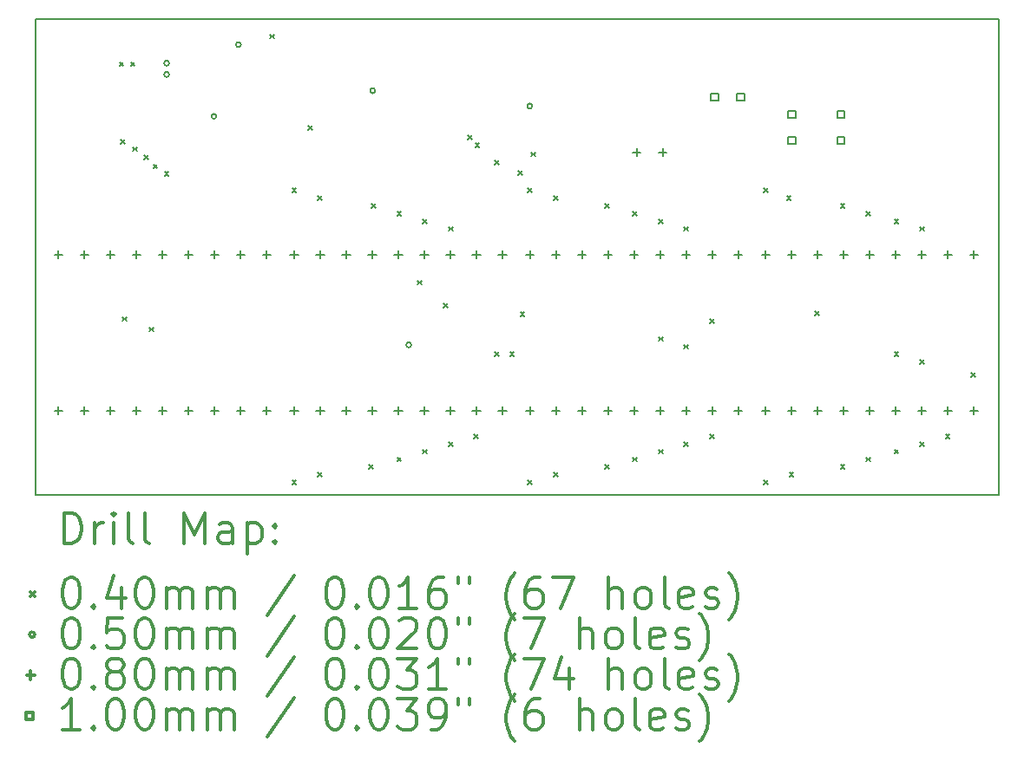
<source format=gbr>
%FSLAX45Y45*%
G04 Gerber Fmt 4.5, Leading zero omitted, Abs format (unit mm)*
G04 Created by KiCad (PCBNEW 5.0.0-rc2-dev-unknown+dfsg1+20180318-3) date Thu May 10 20:41:17 2018*
%MOMM*%
%LPD*%
G01*
G04 APERTURE LIST*
%ADD10C,0.150000*%
%ADD11C,0.200000*%
%ADD12C,0.300000*%
G04 APERTURE END LIST*
D10*
X18900000Y-2350000D02*
X18900000Y-2500000D01*
X9500000Y-2350000D02*
X18900000Y-2350000D01*
X9500000Y-7000000D02*
X9500000Y-2350000D01*
X18900000Y-7000000D02*
X18900000Y-2500000D01*
X9500000Y-7000000D02*
X18900000Y-7000000D01*
D11*
X10320000Y-2770000D02*
X10360000Y-2810000D01*
X10360000Y-2770000D02*
X10320000Y-2810000D01*
X10330000Y-3530000D02*
X10370000Y-3570000D01*
X10370000Y-3530000D02*
X10330000Y-3570000D01*
X10350000Y-5260000D02*
X10390000Y-5300000D01*
X10390000Y-5260000D02*
X10350000Y-5300000D01*
X10430000Y-2770000D02*
X10470000Y-2810000D01*
X10470000Y-2770000D02*
X10430000Y-2810000D01*
X10450000Y-3600000D02*
X10490000Y-3640000D01*
X10490000Y-3600000D02*
X10450000Y-3640000D01*
X10560000Y-3680000D02*
X10600000Y-3720000D01*
X10600000Y-3680000D02*
X10560000Y-3720000D01*
X10610000Y-5360000D02*
X10650000Y-5400000D01*
X10650000Y-5360000D02*
X10610000Y-5400000D01*
X10650000Y-3770000D02*
X10690000Y-3810000D01*
X10690000Y-3770000D02*
X10650000Y-3810000D01*
X10760000Y-3840000D02*
X10800000Y-3880000D01*
X10800000Y-3840000D02*
X10760000Y-3880000D01*
X11790000Y-2500000D02*
X11830000Y-2540000D01*
X11830000Y-2500000D02*
X11790000Y-2540000D01*
X12005000Y-4005000D02*
X12045000Y-4045000D01*
X12045000Y-4005000D02*
X12005000Y-4045000D01*
X12005000Y-6855000D02*
X12045000Y-6895000D01*
X12045000Y-6855000D02*
X12005000Y-6895000D01*
X12160000Y-3395000D02*
X12200000Y-3435000D01*
X12200000Y-3395000D02*
X12160000Y-3435000D01*
X12255000Y-4080000D02*
X12295000Y-4120000D01*
X12295000Y-4080000D02*
X12255000Y-4120000D01*
X12255000Y-6780000D02*
X12295000Y-6820000D01*
X12295000Y-6780000D02*
X12255000Y-6820000D01*
X12755000Y-6705000D02*
X12795000Y-6745000D01*
X12795000Y-6705000D02*
X12755000Y-6745000D01*
X12780000Y-4155000D02*
X12820000Y-4195000D01*
X12820000Y-4155000D02*
X12780000Y-4195000D01*
X13030000Y-4230000D02*
X13070000Y-4270000D01*
X13070000Y-4230000D02*
X13030000Y-4270000D01*
X13030000Y-6630000D02*
X13070000Y-6670000D01*
X13070000Y-6630000D02*
X13030000Y-6670000D01*
X13230000Y-4905000D02*
X13270000Y-4945000D01*
X13270000Y-4905000D02*
X13230000Y-4945000D01*
X13280000Y-4305000D02*
X13320000Y-4345000D01*
X13320000Y-4305000D02*
X13280000Y-4345000D01*
X13280000Y-6555000D02*
X13320000Y-6595000D01*
X13320000Y-6555000D02*
X13280000Y-6595000D01*
X13480000Y-5130000D02*
X13520000Y-5170000D01*
X13520000Y-5130000D02*
X13480000Y-5170000D01*
X13530000Y-4380000D02*
X13570000Y-4420000D01*
X13570000Y-4380000D02*
X13530000Y-4420000D01*
X13530000Y-6480000D02*
X13570000Y-6520000D01*
X13570000Y-6480000D02*
X13530000Y-6520000D01*
X13717500Y-3487500D02*
X13757500Y-3527500D01*
X13757500Y-3487500D02*
X13717500Y-3527500D01*
X13780000Y-6405000D02*
X13820000Y-6445000D01*
X13820000Y-6405000D02*
X13780000Y-6445000D01*
X13790000Y-3560000D02*
X13830000Y-3600000D01*
X13830000Y-3560000D02*
X13790000Y-3600000D01*
X13980000Y-3730000D02*
X14020000Y-3770000D01*
X14020000Y-3730000D02*
X13980000Y-3770000D01*
X13980000Y-5605000D02*
X14020000Y-5645000D01*
X14020000Y-5605000D02*
X13980000Y-5645000D01*
X14130000Y-5605000D02*
X14170000Y-5645000D01*
X14170000Y-5605000D02*
X14130000Y-5645000D01*
X14210000Y-3830000D02*
X14250000Y-3870000D01*
X14250000Y-3830000D02*
X14210000Y-3870000D01*
X14230000Y-5210000D02*
X14270000Y-5250000D01*
X14270000Y-5210000D02*
X14230000Y-5250000D01*
X14305000Y-4005000D02*
X14345000Y-4045000D01*
X14345000Y-4005000D02*
X14305000Y-4045000D01*
X14305000Y-6855000D02*
X14345000Y-6895000D01*
X14345000Y-6855000D02*
X14305000Y-6895000D01*
X14340000Y-3650000D02*
X14380000Y-3690000D01*
X14380000Y-3650000D02*
X14340000Y-3690000D01*
X14555000Y-4080000D02*
X14595000Y-4120000D01*
X14595000Y-4080000D02*
X14555000Y-4120000D01*
X14555000Y-6780000D02*
X14595000Y-6820000D01*
X14595000Y-6780000D02*
X14555000Y-6820000D01*
X15055000Y-4155000D02*
X15095000Y-4195000D01*
X15095000Y-4155000D02*
X15055000Y-4195000D01*
X15055000Y-6705000D02*
X15095000Y-6745000D01*
X15095000Y-6705000D02*
X15055000Y-6745000D01*
X15330000Y-4230000D02*
X15370000Y-4270000D01*
X15370000Y-4230000D02*
X15330000Y-4270000D01*
X15330000Y-6630000D02*
X15370000Y-6670000D01*
X15370000Y-6630000D02*
X15330000Y-6670000D01*
X15580000Y-4305000D02*
X15620000Y-4345000D01*
X15620000Y-4305000D02*
X15580000Y-4345000D01*
X15580000Y-5455000D02*
X15620000Y-5495000D01*
X15620000Y-5455000D02*
X15580000Y-5495000D01*
X15580000Y-6555000D02*
X15620000Y-6595000D01*
X15620000Y-6555000D02*
X15580000Y-6595000D01*
X15830000Y-4380000D02*
X15870000Y-4420000D01*
X15870000Y-4380000D02*
X15830000Y-4420000D01*
X15830000Y-5530000D02*
X15870000Y-5570000D01*
X15870000Y-5530000D02*
X15830000Y-5570000D01*
X15830000Y-6480000D02*
X15870000Y-6520000D01*
X15870000Y-6480000D02*
X15830000Y-6520000D01*
X16080000Y-5280000D02*
X16120000Y-5320000D01*
X16120000Y-5280000D02*
X16080000Y-5320000D01*
X16080000Y-6405000D02*
X16120000Y-6445000D01*
X16120000Y-6405000D02*
X16080000Y-6445000D01*
X16605000Y-4005000D02*
X16645000Y-4045000D01*
X16645000Y-4005000D02*
X16605000Y-4045000D01*
X16605000Y-6855000D02*
X16645000Y-6895000D01*
X16645000Y-6855000D02*
X16605000Y-6895000D01*
X16830000Y-4080000D02*
X16870000Y-4120000D01*
X16870000Y-4080000D02*
X16830000Y-4120000D01*
X16855000Y-6780000D02*
X16895000Y-6820000D01*
X16895000Y-6780000D02*
X16855000Y-6820000D01*
X17105000Y-5205000D02*
X17145000Y-5245000D01*
X17145000Y-5205000D02*
X17105000Y-5245000D01*
X17355000Y-4155000D02*
X17395000Y-4195000D01*
X17395000Y-4155000D02*
X17355000Y-4195000D01*
X17355000Y-6705000D02*
X17395000Y-6745000D01*
X17395000Y-6705000D02*
X17355000Y-6745000D01*
X17605000Y-4230000D02*
X17645000Y-4270000D01*
X17645000Y-4230000D02*
X17605000Y-4270000D01*
X17605000Y-6630000D02*
X17645000Y-6670000D01*
X17645000Y-6630000D02*
X17605000Y-6670000D01*
X17880000Y-4305000D02*
X17920000Y-4345000D01*
X17920000Y-4305000D02*
X17880000Y-4345000D01*
X17880000Y-5605000D02*
X17920000Y-5645000D01*
X17920000Y-5605000D02*
X17880000Y-5645000D01*
X17880000Y-6555000D02*
X17920000Y-6595000D01*
X17920000Y-6555000D02*
X17880000Y-6595000D01*
X18130000Y-4380000D02*
X18170000Y-4420000D01*
X18170000Y-4380000D02*
X18130000Y-4420000D01*
X18130000Y-5680000D02*
X18170000Y-5720000D01*
X18170000Y-5680000D02*
X18130000Y-5720000D01*
X18130000Y-6480000D02*
X18170000Y-6520000D01*
X18170000Y-6480000D02*
X18130000Y-6520000D01*
X18380000Y-6405000D02*
X18420000Y-6445000D01*
X18420000Y-6405000D02*
X18380000Y-6445000D01*
X18630000Y-5805000D02*
X18670000Y-5845000D01*
X18670000Y-5805000D02*
X18630000Y-5845000D01*
X10805000Y-2780000D02*
G75*
G03X10805000Y-2780000I-25000J0D01*
G01*
X10805000Y-2890000D02*
G75*
G03X10805000Y-2890000I-25000J0D01*
G01*
X11265000Y-3300000D02*
G75*
G03X11265000Y-3300000I-25000J0D01*
G01*
X11505000Y-2600000D02*
G75*
G03X11505000Y-2600000I-25000J0D01*
G01*
X12815000Y-3050000D02*
G75*
G03X12815000Y-3050000I-25000J0D01*
G01*
X13167501Y-5532501D02*
G75*
G03X13167501Y-5532501I-25000J0D01*
G01*
X14347500Y-3200000D02*
G75*
G03X14347500Y-3200000I-25000J0D01*
G01*
X15366000Y-3610000D02*
X15366000Y-3690000D01*
X15326000Y-3650000D02*
X15406000Y-3650000D01*
X15620000Y-3610000D02*
X15620000Y-3690000D01*
X15580000Y-3650000D02*
X15660000Y-3650000D01*
X9725000Y-4610000D02*
X9725000Y-4690000D01*
X9685000Y-4650000D02*
X9765000Y-4650000D01*
X9725000Y-6134000D02*
X9725000Y-6214000D01*
X9685000Y-6174000D02*
X9765000Y-6174000D01*
X9979000Y-4610000D02*
X9979000Y-4690000D01*
X9939000Y-4650000D02*
X10019000Y-4650000D01*
X9979000Y-6134000D02*
X9979000Y-6214000D01*
X9939000Y-6174000D02*
X10019000Y-6174000D01*
X10233000Y-4610000D02*
X10233000Y-4690000D01*
X10193000Y-4650000D02*
X10273000Y-4650000D01*
X10233000Y-6134000D02*
X10233000Y-6214000D01*
X10193000Y-6174000D02*
X10273000Y-6174000D01*
X10487000Y-4610000D02*
X10487000Y-4690000D01*
X10447000Y-4650000D02*
X10527000Y-4650000D01*
X10487000Y-6134000D02*
X10487000Y-6214000D01*
X10447000Y-6174000D02*
X10527000Y-6174000D01*
X10741000Y-4610000D02*
X10741000Y-4690000D01*
X10701000Y-4650000D02*
X10781000Y-4650000D01*
X10741000Y-6134000D02*
X10741000Y-6214000D01*
X10701000Y-6174000D02*
X10781000Y-6174000D01*
X10995000Y-4610000D02*
X10995000Y-4690000D01*
X10955000Y-4650000D02*
X11035000Y-4650000D01*
X10995000Y-6134000D02*
X10995000Y-6214000D01*
X10955000Y-6174000D02*
X11035000Y-6174000D01*
X11249000Y-4610000D02*
X11249000Y-4690000D01*
X11209000Y-4650000D02*
X11289000Y-4650000D01*
X11249000Y-6134000D02*
X11249000Y-6214000D01*
X11209000Y-6174000D02*
X11289000Y-6174000D01*
X11503000Y-4610000D02*
X11503000Y-4690000D01*
X11463000Y-4650000D02*
X11543000Y-4650000D01*
X11503000Y-6134000D02*
X11503000Y-6214000D01*
X11463000Y-6174000D02*
X11543000Y-6174000D01*
X11757000Y-4610000D02*
X11757000Y-4690000D01*
X11717000Y-4650000D02*
X11797000Y-4650000D01*
X11757000Y-6134000D02*
X11757000Y-6214000D01*
X11717000Y-6174000D02*
X11797000Y-6174000D01*
X14325000Y-4610000D02*
X14325000Y-4690000D01*
X14285000Y-4650000D02*
X14365000Y-4650000D01*
X14325000Y-6134000D02*
X14325000Y-6214000D01*
X14285000Y-6174000D02*
X14365000Y-6174000D01*
X14579000Y-4610000D02*
X14579000Y-4690000D01*
X14539000Y-4650000D02*
X14619000Y-4650000D01*
X14579000Y-6134000D02*
X14579000Y-6214000D01*
X14539000Y-6174000D02*
X14619000Y-6174000D01*
X14833000Y-4610000D02*
X14833000Y-4690000D01*
X14793000Y-4650000D02*
X14873000Y-4650000D01*
X14833000Y-6134000D02*
X14833000Y-6214000D01*
X14793000Y-6174000D02*
X14873000Y-6174000D01*
X15087000Y-4610000D02*
X15087000Y-4690000D01*
X15047000Y-4650000D02*
X15127000Y-4650000D01*
X15087000Y-6134000D02*
X15087000Y-6214000D01*
X15047000Y-6174000D02*
X15127000Y-6174000D01*
X15341000Y-4610000D02*
X15341000Y-4690000D01*
X15301000Y-4650000D02*
X15381000Y-4650000D01*
X15341000Y-6134000D02*
X15341000Y-6214000D01*
X15301000Y-6174000D02*
X15381000Y-6174000D01*
X15595000Y-4610000D02*
X15595000Y-4690000D01*
X15555000Y-4650000D02*
X15635000Y-4650000D01*
X15595000Y-6134000D02*
X15595000Y-6214000D01*
X15555000Y-6174000D02*
X15635000Y-6174000D01*
X15849000Y-4610000D02*
X15849000Y-4690000D01*
X15809000Y-4650000D02*
X15889000Y-4650000D01*
X15849000Y-6134000D02*
X15849000Y-6214000D01*
X15809000Y-6174000D02*
X15889000Y-6174000D01*
X16103000Y-4610000D02*
X16103000Y-4690000D01*
X16063000Y-4650000D02*
X16143000Y-4650000D01*
X16103000Y-6134000D02*
X16103000Y-6214000D01*
X16063000Y-6174000D02*
X16143000Y-6174000D01*
X16357000Y-4610000D02*
X16357000Y-4690000D01*
X16317000Y-4650000D02*
X16397000Y-4650000D01*
X16357000Y-6134000D02*
X16357000Y-6214000D01*
X16317000Y-6174000D02*
X16397000Y-6174000D01*
X16625000Y-4610000D02*
X16625000Y-4690000D01*
X16585000Y-4650000D02*
X16665000Y-4650000D01*
X16625000Y-6134000D02*
X16625000Y-6214000D01*
X16585000Y-6174000D02*
X16665000Y-6174000D01*
X16879000Y-4610000D02*
X16879000Y-4690000D01*
X16839000Y-4650000D02*
X16919000Y-4650000D01*
X16879000Y-6134000D02*
X16879000Y-6214000D01*
X16839000Y-6174000D02*
X16919000Y-6174000D01*
X17133000Y-4610000D02*
X17133000Y-4690000D01*
X17093000Y-4650000D02*
X17173000Y-4650000D01*
X17133000Y-6134000D02*
X17133000Y-6214000D01*
X17093000Y-6174000D02*
X17173000Y-6174000D01*
X17387000Y-4610000D02*
X17387000Y-4690000D01*
X17347000Y-4650000D02*
X17427000Y-4650000D01*
X17387000Y-6134000D02*
X17387000Y-6214000D01*
X17347000Y-6174000D02*
X17427000Y-6174000D01*
X17641000Y-4610000D02*
X17641000Y-4690000D01*
X17601000Y-4650000D02*
X17681000Y-4650000D01*
X17641000Y-6134000D02*
X17641000Y-6214000D01*
X17601000Y-6174000D02*
X17681000Y-6174000D01*
X17895000Y-4610000D02*
X17895000Y-4690000D01*
X17855000Y-4650000D02*
X17935000Y-4650000D01*
X17895000Y-6134000D02*
X17895000Y-6214000D01*
X17855000Y-6174000D02*
X17935000Y-6174000D01*
X18149000Y-4610000D02*
X18149000Y-4690000D01*
X18109000Y-4650000D02*
X18189000Y-4650000D01*
X18149000Y-6134000D02*
X18149000Y-6214000D01*
X18109000Y-6174000D02*
X18189000Y-6174000D01*
X18403000Y-4610000D02*
X18403000Y-4690000D01*
X18363000Y-4650000D02*
X18443000Y-4650000D01*
X18403000Y-6134000D02*
X18403000Y-6214000D01*
X18363000Y-6174000D02*
X18443000Y-6174000D01*
X18657000Y-4610000D02*
X18657000Y-4690000D01*
X18617000Y-4650000D02*
X18697000Y-4650000D01*
X18657000Y-6134000D02*
X18657000Y-6214000D01*
X18617000Y-6174000D02*
X18697000Y-6174000D01*
X12025000Y-4610000D02*
X12025000Y-4690000D01*
X11985000Y-4650000D02*
X12065000Y-4650000D01*
X12025000Y-6134000D02*
X12025000Y-6214000D01*
X11985000Y-6174000D02*
X12065000Y-6174000D01*
X12279000Y-4610000D02*
X12279000Y-4690000D01*
X12239000Y-4650000D02*
X12319000Y-4650000D01*
X12279000Y-6134000D02*
X12279000Y-6214000D01*
X12239000Y-6174000D02*
X12319000Y-6174000D01*
X12533000Y-4610000D02*
X12533000Y-4690000D01*
X12493000Y-4650000D02*
X12573000Y-4650000D01*
X12533000Y-6134000D02*
X12533000Y-6214000D01*
X12493000Y-6174000D02*
X12573000Y-6174000D01*
X12787000Y-4610000D02*
X12787000Y-4690000D01*
X12747000Y-4650000D02*
X12827000Y-4650000D01*
X12787000Y-6134000D02*
X12787000Y-6214000D01*
X12747000Y-6174000D02*
X12827000Y-6174000D01*
X13041000Y-4610000D02*
X13041000Y-4690000D01*
X13001000Y-4650000D02*
X13081000Y-4650000D01*
X13041000Y-6134000D02*
X13041000Y-6214000D01*
X13001000Y-6174000D02*
X13081000Y-6174000D01*
X13295000Y-4610000D02*
X13295000Y-4690000D01*
X13255000Y-4650000D02*
X13335000Y-4650000D01*
X13295000Y-6134000D02*
X13295000Y-6214000D01*
X13255000Y-6174000D02*
X13335000Y-6174000D01*
X13549000Y-4610000D02*
X13549000Y-4690000D01*
X13509000Y-4650000D02*
X13589000Y-4650000D01*
X13549000Y-6134000D02*
X13549000Y-6214000D01*
X13509000Y-6174000D02*
X13589000Y-6174000D01*
X13803000Y-4610000D02*
X13803000Y-4690000D01*
X13763000Y-4650000D02*
X13843000Y-4650000D01*
X13803000Y-6134000D02*
X13803000Y-6214000D01*
X13763000Y-6174000D02*
X13843000Y-6174000D01*
X14057000Y-4610000D02*
X14057000Y-4690000D01*
X14017000Y-4650000D02*
X14097000Y-4650000D01*
X14057000Y-6134000D02*
X14057000Y-6214000D01*
X14017000Y-6174000D02*
X14097000Y-6174000D01*
X16161356Y-3145356D02*
X16161356Y-3074644D01*
X16090644Y-3074644D01*
X16090644Y-3145356D01*
X16161356Y-3145356D01*
X16415356Y-3145356D02*
X16415356Y-3074644D01*
X16344644Y-3074644D01*
X16344644Y-3145356D01*
X16415356Y-3145356D01*
X17395356Y-3315356D02*
X17395356Y-3244644D01*
X17324644Y-3244644D01*
X17324644Y-3315356D01*
X17395356Y-3315356D01*
X17395356Y-3569356D02*
X17395356Y-3498644D01*
X17324644Y-3498644D01*
X17324644Y-3569356D01*
X17395356Y-3569356D01*
X16915356Y-3315356D02*
X16915356Y-3244644D01*
X16844644Y-3244644D01*
X16844644Y-3315356D01*
X16915356Y-3315356D01*
X16915356Y-3569356D02*
X16915356Y-3498644D01*
X16844644Y-3498644D01*
X16844644Y-3569356D01*
X16915356Y-3569356D01*
D12*
X9778928Y-7473214D02*
X9778928Y-7173214D01*
X9850357Y-7173214D01*
X9893214Y-7187500D01*
X9921786Y-7216071D01*
X9936071Y-7244643D01*
X9950357Y-7301786D01*
X9950357Y-7344643D01*
X9936071Y-7401786D01*
X9921786Y-7430357D01*
X9893214Y-7458929D01*
X9850357Y-7473214D01*
X9778928Y-7473214D01*
X10078928Y-7473214D02*
X10078928Y-7273214D01*
X10078928Y-7330357D02*
X10093214Y-7301786D01*
X10107500Y-7287500D01*
X10136071Y-7273214D01*
X10164643Y-7273214D01*
X10264643Y-7473214D02*
X10264643Y-7273214D01*
X10264643Y-7173214D02*
X10250357Y-7187500D01*
X10264643Y-7201786D01*
X10278928Y-7187500D01*
X10264643Y-7173214D01*
X10264643Y-7201786D01*
X10450357Y-7473214D02*
X10421786Y-7458929D01*
X10407500Y-7430357D01*
X10407500Y-7173214D01*
X10607500Y-7473214D02*
X10578928Y-7458929D01*
X10564643Y-7430357D01*
X10564643Y-7173214D01*
X10950357Y-7473214D02*
X10950357Y-7173214D01*
X11050357Y-7387500D01*
X11150357Y-7173214D01*
X11150357Y-7473214D01*
X11421786Y-7473214D02*
X11421786Y-7316071D01*
X11407500Y-7287500D01*
X11378928Y-7273214D01*
X11321786Y-7273214D01*
X11293214Y-7287500D01*
X11421786Y-7458929D02*
X11393214Y-7473214D01*
X11321786Y-7473214D01*
X11293214Y-7458929D01*
X11278928Y-7430357D01*
X11278928Y-7401786D01*
X11293214Y-7373214D01*
X11321786Y-7358929D01*
X11393214Y-7358929D01*
X11421786Y-7344643D01*
X11564643Y-7273214D02*
X11564643Y-7573214D01*
X11564643Y-7287500D02*
X11593214Y-7273214D01*
X11650357Y-7273214D01*
X11678928Y-7287500D01*
X11693214Y-7301786D01*
X11707500Y-7330357D01*
X11707500Y-7416071D01*
X11693214Y-7444643D01*
X11678928Y-7458929D01*
X11650357Y-7473214D01*
X11593214Y-7473214D01*
X11564643Y-7458929D01*
X11836071Y-7444643D02*
X11850357Y-7458929D01*
X11836071Y-7473214D01*
X11821786Y-7458929D01*
X11836071Y-7444643D01*
X11836071Y-7473214D01*
X11836071Y-7287500D02*
X11850357Y-7301786D01*
X11836071Y-7316071D01*
X11821786Y-7301786D01*
X11836071Y-7287500D01*
X11836071Y-7316071D01*
X9452500Y-7947500D02*
X9492500Y-7987500D01*
X9492500Y-7947500D02*
X9452500Y-7987500D01*
X9836071Y-7803214D02*
X9864643Y-7803214D01*
X9893214Y-7817500D01*
X9907500Y-7831786D01*
X9921786Y-7860357D01*
X9936071Y-7917500D01*
X9936071Y-7988929D01*
X9921786Y-8046071D01*
X9907500Y-8074643D01*
X9893214Y-8088929D01*
X9864643Y-8103214D01*
X9836071Y-8103214D01*
X9807500Y-8088929D01*
X9793214Y-8074643D01*
X9778928Y-8046071D01*
X9764643Y-7988929D01*
X9764643Y-7917500D01*
X9778928Y-7860357D01*
X9793214Y-7831786D01*
X9807500Y-7817500D01*
X9836071Y-7803214D01*
X10064643Y-8074643D02*
X10078928Y-8088929D01*
X10064643Y-8103214D01*
X10050357Y-8088929D01*
X10064643Y-8074643D01*
X10064643Y-8103214D01*
X10336071Y-7903214D02*
X10336071Y-8103214D01*
X10264643Y-7788929D02*
X10193214Y-8003214D01*
X10378928Y-8003214D01*
X10550357Y-7803214D02*
X10578928Y-7803214D01*
X10607500Y-7817500D01*
X10621786Y-7831786D01*
X10636071Y-7860357D01*
X10650357Y-7917500D01*
X10650357Y-7988929D01*
X10636071Y-8046071D01*
X10621786Y-8074643D01*
X10607500Y-8088929D01*
X10578928Y-8103214D01*
X10550357Y-8103214D01*
X10521786Y-8088929D01*
X10507500Y-8074643D01*
X10493214Y-8046071D01*
X10478928Y-7988929D01*
X10478928Y-7917500D01*
X10493214Y-7860357D01*
X10507500Y-7831786D01*
X10521786Y-7817500D01*
X10550357Y-7803214D01*
X10778928Y-8103214D02*
X10778928Y-7903214D01*
X10778928Y-7931786D02*
X10793214Y-7917500D01*
X10821786Y-7903214D01*
X10864643Y-7903214D01*
X10893214Y-7917500D01*
X10907500Y-7946071D01*
X10907500Y-8103214D01*
X10907500Y-7946071D02*
X10921786Y-7917500D01*
X10950357Y-7903214D01*
X10993214Y-7903214D01*
X11021786Y-7917500D01*
X11036071Y-7946071D01*
X11036071Y-8103214D01*
X11178928Y-8103214D02*
X11178928Y-7903214D01*
X11178928Y-7931786D02*
X11193214Y-7917500D01*
X11221786Y-7903214D01*
X11264643Y-7903214D01*
X11293214Y-7917500D01*
X11307500Y-7946071D01*
X11307500Y-8103214D01*
X11307500Y-7946071D02*
X11321786Y-7917500D01*
X11350357Y-7903214D01*
X11393214Y-7903214D01*
X11421786Y-7917500D01*
X11436071Y-7946071D01*
X11436071Y-8103214D01*
X12021786Y-7788929D02*
X11764643Y-8174643D01*
X12407500Y-7803214D02*
X12436071Y-7803214D01*
X12464643Y-7817500D01*
X12478928Y-7831786D01*
X12493214Y-7860357D01*
X12507500Y-7917500D01*
X12507500Y-7988929D01*
X12493214Y-8046071D01*
X12478928Y-8074643D01*
X12464643Y-8088929D01*
X12436071Y-8103214D01*
X12407500Y-8103214D01*
X12378928Y-8088929D01*
X12364643Y-8074643D01*
X12350357Y-8046071D01*
X12336071Y-7988929D01*
X12336071Y-7917500D01*
X12350357Y-7860357D01*
X12364643Y-7831786D01*
X12378928Y-7817500D01*
X12407500Y-7803214D01*
X12636071Y-8074643D02*
X12650357Y-8088929D01*
X12636071Y-8103214D01*
X12621786Y-8088929D01*
X12636071Y-8074643D01*
X12636071Y-8103214D01*
X12836071Y-7803214D02*
X12864643Y-7803214D01*
X12893214Y-7817500D01*
X12907500Y-7831786D01*
X12921786Y-7860357D01*
X12936071Y-7917500D01*
X12936071Y-7988929D01*
X12921786Y-8046071D01*
X12907500Y-8074643D01*
X12893214Y-8088929D01*
X12864643Y-8103214D01*
X12836071Y-8103214D01*
X12807500Y-8088929D01*
X12793214Y-8074643D01*
X12778928Y-8046071D01*
X12764643Y-7988929D01*
X12764643Y-7917500D01*
X12778928Y-7860357D01*
X12793214Y-7831786D01*
X12807500Y-7817500D01*
X12836071Y-7803214D01*
X13221786Y-8103214D02*
X13050357Y-8103214D01*
X13136071Y-8103214D02*
X13136071Y-7803214D01*
X13107500Y-7846071D01*
X13078928Y-7874643D01*
X13050357Y-7888929D01*
X13478928Y-7803214D02*
X13421786Y-7803214D01*
X13393214Y-7817500D01*
X13378928Y-7831786D01*
X13350357Y-7874643D01*
X13336071Y-7931786D01*
X13336071Y-8046071D01*
X13350357Y-8074643D01*
X13364643Y-8088929D01*
X13393214Y-8103214D01*
X13450357Y-8103214D01*
X13478928Y-8088929D01*
X13493214Y-8074643D01*
X13507500Y-8046071D01*
X13507500Y-7974643D01*
X13493214Y-7946071D01*
X13478928Y-7931786D01*
X13450357Y-7917500D01*
X13393214Y-7917500D01*
X13364643Y-7931786D01*
X13350357Y-7946071D01*
X13336071Y-7974643D01*
X13621786Y-7803214D02*
X13621786Y-7860357D01*
X13736071Y-7803214D02*
X13736071Y-7860357D01*
X14178928Y-8217500D02*
X14164643Y-8203214D01*
X14136071Y-8160357D01*
X14121786Y-8131786D01*
X14107500Y-8088929D01*
X14093214Y-8017500D01*
X14093214Y-7960357D01*
X14107500Y-7888929D01*
X14121786Y-7846071D01*
X14136071Y-7817500D01*
X14164643Y-7774643D01*
X14178928Y-7760357D01*
X14421786Y-7803214D02*
X14364643Y-7803214D01*
X14336071Y-7817500D01*
X14321786Y-7831786D01*
X14293214Y-7874643D01*
X14278928Y-7931786D01*
X14278928Y-8046071D01*
X14293214Y-8074643D01*
X14307500Y-8088929D01*
X14336071Y-8103214D01*
X14393214Y-8103214D01*
X14421786Y-8088929D01*
X14436071Y-8074643D01*
X14450357Y-8046071D01*
X14450357Y-7974643D01*
X14436071Y-7946071D01*
X14421786Y-7931786D01*
X14393214Y-7917500D01*
X14336071Y-7917500D01*
X14307500Y-7931786D01*
X14293214Y-7946071D01*
X14278928Y-7974643D01*
X14550357Y-7803214D02*
X14750357Y-7803214D01*
X14621786Y-8103214D01*
X15093214Y-8103214D02*
X15093214Y-7803214D01*
X15221786Y-8103214D02*
X15221786Y-7946071D01*
X15207500Y-7917500D01*
X15178928Y-7903214D01*
X15136071Y-7903214D01*
X15107500Y-7917500D01*
X15093214Y-7931786D01*
X15407500Y-8103214D02*
X15378928Y-8088929D01*
X15364643Y-8074643D01*
X15350357Y-8046071D01*
X15350357Y-7960357D01*
X15364643Y-7931786D01*
X15378928Y-7917500D01*
X15407500Y-7903214D01*
X15450357Y-7903214D01*
X15478928Y-7917500D01*
X15493214Y-7931786D01*
X15507500Y-7960357D01*
X15507500Y-8046071D01*
X15493214Y-8074643D01*
X15478928Y-8088929D01*
X15450357Y-8103214D01*
X15407500Y-8103214D01*
X15678928Y-8103214D02*
X15650357Y-8088929D01*
X15636071Y-8060357D01*
X15636071Y-7803214D01*
X15907500Y-8088929D02*
X15878928Y-8103214D01*
X15821786Y-8103214D01*
X15793214Y-8088929D01*
X15778928Y-8060357D01*
X15778928Y-7946071D01*
X15793214Y-7917500D01*
X15821786Y-7903214D01*
X15878928Y-7903214D01*
X15907500Y-7917500D01*
X15921786Y-7946071D01*
X15921786Y-7974643D01*
X15778928Y-8003214D01*
X16036071Y-8088929D02*
X16064643Y-8103214D01*
X16121786Y-8103214D01*
X16150357Y-8088929D01*
X16164643Y-8060357D01*
X16164643Y-8046071D01*
X16150357Y-8017500D01*
X16121786Y-8003214D01*
X16078928Y-8003214D01*
X16050357Y-7988929D01*
X16036071Y-7960357D01*
X16036071Y-7946071D01*
X16050357Y-7917500D01*
X16078928Y-7903214D01*
X16121786Y-7903214D01*
X16150357Y-7917500D01*
X16264643Y-8217500D02*
X16278928Y-8203214D01*
X16307500Y-8160357D01*
X16321786Y-8131786D01*
X16336071Y-8088929D01*
X16350357Y-8017500D01*
X16350357Y-7960357D01*
X16336071Y-7888929D01*
X16321786Y-7846071D01*
X16307500Y-7817500D01*
X16278928Y-7774643D01*
X16264643Y-7760357D01*
X9492500Y-8363500D02*
G75*
G03X9492500Y-8363500I-25000J0D01*
G01*
X9836071Y-8199214D02*
X9864643Y-8199214D01*
X9893214Y-8213500D01*
X9907500Y-8227786D01*
X9921786Y-8256357D01*
X9936071Y-8313500D01*
X9936071Y-8384929D01*
X9921786Y-8442072D01*
X9907500Y-8470643D01*
X9893214Y-8484929D01*
X9864643Y-8499214D01*
X9836071Y-8499214D01*
X9807500Y-8484929D01*
X9793214Y-8470643D01*
X9778928Y-8442072D01*
X9764643Y-8384929D01*
X9764643Y-8313500D01*
X9778928Y-8256357D01*
X9793214Y-8227786D01*
X9807500Y-8213500D01*
X9836071Y-8199214D01*
X10064643Y-8470643D02*
X10078928Y-8484929D01*
X10064643Y-8499214D01*
X10050357Y-8484929D01*
X10064643Y-8470643D01*
X10064643Y-8499214D01*
X10350357Y-8199214D02*
X10207500Y-8199214D01*
X10193214Y-8342071D01*
X10207500Y-8327786D01*
X10236071Y-8313500D01*
X10307500Y-8313500D01*
X10336071Y-8327786D01*
X10350357Y-8342071D01*
X10364643Y-8370643D01*
X10364643Y-8442072D01*
X10350357Y-8470643D01*
X10336071Y-8484929D01*
X10307500Y-8499214D01*
X10236071Y-8499214D01*
X10207500Y-8484929D01*
X10193214Y-8470643D01*
X10550357Y-8199214D02*
X10578928Y-8199214D01*
X10607500Y-8213500D01*
X10621786Y-8227786D01*
X10636071Y-8256357D01*
X10650357Y-8313500D01*
X10650357Y-8384929D01*
X10636071Y-8442072D01*
X10621786Y-8470643D01*
X10607500Y-8484929D01*
X10578928Y-8499214D01*
X10550357Y-8499214D01*
X10521786Y-8484929D01*
X10507500Y-8470643D01*
X10493214Y-8442072D01*
X10478928Y-8384929D01*
X10478928Y-8313500D01*
X10493214Y-8256357D01*
X10507500Y-8227786D01*
X10521786Y-8213500D01*
X10550357Y-8199214D01*
X10778928Y-8499214D02*
X10778928Y-8299214D01*
X10778928Y-8327786D02*
X10793214Y-8313500D01*
X10821786Y-8299214D01*
X10864643Y-8299214D01*
X10893214Y-8313500D01*
X10907500Y-8342071D01*
X10907500Y-8499214D01*
X10907500Y-8342071D02*
X10921786Y-8313500D01*
X10950357Y-8299214D01*
X10993214Y-8299214D01*
X11021786Y-8313500D01*
X11036071Y-8342071D01*
X11036071Y-8499214D01*
X11178928Y-8499214D02*
X11178928Y-8299214D01*
X11178928Y-8327786D02*
X11193214Y-8313500D01*
X11221786Y-8299214D01*
X11264643Y-8299214D01*
X11293214Y-8313500D01*
X11307500Y-8342071D01*
X11307500Y-8499214D01*
X11307500Y-8342071D02*
X11321786Y-8313500D01*
X11350357Y-8299214D01*
X11393214Y-8299214D01*
X11421786Y-8313500D01*
X11436071Y-8342071D01*
X11436071Y-8499214D01*
X12021786Y-8184929D02*
X11764643Y-8570643D01*
X12407500Y-8199214D02*
X12436071Y-8199214D01*
X12464643Y-8213500D01*
X12478928Y-8227786D01*
X12493214Y-8256357D01*
X12507500Y-8313500D01*
X12507500Y-8384929D01*
X12493214Y-8442072D01*
X12478928Y-8470643D01*
X12464643Y-8484929D01*
X12436071Y-8499214D01*
X12407500Y-8499214D01*
X12378928Y-8484929D01*
X12364643Y-8470643D01*
X12350357Y-8442072D01*
X12336071Y-8384929D01*
X12336071Y-8313500D01*
X12350357Y-8256357D01*
X12364643Y-8227786D01*
X12378928Y-8213500D01*
X12407500Y-8199214D01*
X12636071Y-8470643D02*
X12650357Y-8484929D01*
X12636071Y-8499214D01*
X12621786Y-8484929D01*
X12636071Y-8470643D01*
X12636071Y-8499214D01*
X12836071Y-8199214D02*
X12864643Y-8199214D01*
X12893214Y-8213500D01*
X12907500Y-8227786D01*
X12921786Y-8256357D01*
X12936071Y-8313500D01*
X12936071Y-8384929D01*
X12921786Y-8442072D01*
X12907500Y-8470643D01*
X12893214Y-8484929D01*
X12864643Y-8499214D01*
X12836071Y-8499214D01*
X12807500Y-8484929D01*
X12793214Y-8470643D01*
X12778928Y-8442072D01*
X12764643Y-8384929D01*
X12764643Y-8313500D01*
X12778928Y-8256357D01*
X12793214Y-8227786D01*
X12807500Y-8213500D01*
X12836071Y-8199214D01*
X13050357Y-8227786D02*
X13064643Y-8213500D01*
X13093214Y-8199214D01*
X13164643Y-8199214D01*
X13193214Y-8213500D01*
X13207500Y-8227786D01*
X13221786Y-8256357D01*
X13221786Y-8284929D01*
X13207500Y-8327786D01*
X13036071Y-8499214D01*
X13221786Y-8499214D01*
X13407500Y-8199214D02*
X13436071Y-8199214D01*
X13464643Y-8213500D01*
X13478928Y-8227786D01*
X13493214Y-8256357D01*
X13507500Y-8313500D01*
X13507500Y-8384929D01*
X13493214Y-8442072D01*
X13478928Y-8470643D01*
X13464643Y-8484929D01*
X13436071Y-8499214D01*
X13407500Y-8499214D01*
X13378928Y-8484929D01*
X13364643Y-8470643D01*
X13350357Y-8442072D01*
X13336071Y-8384929D01*
X13336071Y-8313500D01*
X13350357Y-8256357D01*
X13364643Y-8227786D01*
X13378928Y-8213500D01*
X13407500Y-8199214D01*
X13621786Y-8199214D02*
X13621786Y-8256357D01*
X13736071Y-8199214D02*
X13736071Y-8256357D01*
X14178928Y-8613500D02*
X14164643Y-8599214D01*
X14136071Y-8556357D01*
X14121786Y-8527786D01*
X14107500Y-8484929D01*
X14093214Y-8413500D01*
X14093214Y-8356357D01*
X14107500Y-8284929D01*
X14121786Y-8242071D01*
X14136071Y-8213500D01*
X14164643Y-8170643D01*
X14178928Y-8156357D01*
X14264643Y-8199214D02*
X14464643Y-8199214D01*
X14336071Y-8499214D01*
X14807500Y-8499214D02*
X14807500Y-8199214D01*
X14936071Y-8499214D02*
X14936071Y-8342071D01*
X14921786Y-8313500D01*
X14893214Y-8299214D01*
X14850357Y-8299214D01*
X14821786Y-8313500D01*
X14807500Y-8327786D01*
X15121786Y-8499214D02*
X15093214Y-8484929D01*
X15078928Y-8470643D01*
X15064643Y-8442072D01*
X15064643Y-8356357D01*
X15078928Y-8327786D01*
X15093214Y-8313500D01*
X15121786Y-8299214D01*
X15164643Y-8299214D01*
X15193214Y-8313500D01*
X15207500Y-8327786D01*
X15221786Y-8356357D01*
X15221786Y-8442072D01*
X15207500Y-8470643D01*
X15193214Y-8484929D01*
X15164643Y-8499214D01*
X15121786Y-8499214D01*
X15393214Y-8499214D02*
X15364643Y-8484929D01*
X15350357Y-8456357D01*
X15350357Y-8199214D01*
X15621786Y-8484929D02*
X15593214Y-8499214D01*
X15536071Y-8499214D01*
X15507500Y-8484929D01*
X15493214Y-8456357D01*
X15493214Y-8342071D01*
X15507500Y-8313500D01*
X15536071Y-8299214D01*
X15593214Y-8299214D01*
X15621786Y-8313500D01*
X15636071Y-8342071D01*
X15636071Y-8370643D01*
X15493214Y-8399214D01*
X15750357Y-8484929D02*
X15778928Y-8499214D01*
X15836071Y-8499214D01*
X15864643Y-8484929D01*
X15878928Y-8456357D01*
X15878928Y-8442072D01*
X15864643Y-8413500D01*
X15836071Y-8399214D01*
X15793214Y-8399214D01*
X15764643Y-8384929D01*
X15750357Y-8356357D01*
X15750357Y-8342071D01*
X15764643Y-8313500D01*
X15793214Y-8299214D01*
X15836071Y-8299214D01*
X15864643Y-8313500D01*
X15978928Y-8613500D02*
X15993214Y-8599214D01*
X16021786Y-8556357D01*
X16036071Y-8527786D01*
X16050357Y-8484929D01*
X16064643Y-8413500D01*
X16064643Y-8356357D01*
X16050357Y-8284929D01*
X16036071Y-8242071D01*
X16021786Y-8213500D01*
X15993214Y-8170643D01*
X15978928Y-8156357D01*
X9452500Y-8719500D02*
X9452500Y-8799500D01*
X9412500Y-8759500D02*
X9492500Y-8759500D01*
X9836071Y-8595214D02*
X9864643Y-8595214D01*
X9893214Y-8609500D01*
X9907500Y-8623786D01*
X9921786Y-8652357D01*
X9936071Y-8709500D01*
X9936071Y-8780929D01*
X9921786Y-8838072D01*
X9907500Y-8866643D01*
X9893214Y-8880929D01*
X9864643Y-8895214D01*
X9836071Y-8895214D01*
X9807500Y-8880929D01*
X9793214Y-8866643D01*
X9778928Y-8838072D01*
X9764643Y-8780929D01*
X9764643Y-8709500D01*
X9778928Y-8652357D01*
X9793214Y-8623786D01*
X9807500Y-8609500D01*
X9836071Y-8595214D01*
X10064643Y-8866643D02*
X10078928Y-8880929D01*
X10064643Y-8895214D01*
X10050357Y-8880929D01*
X10064643Y-8866643D01*
X10064643Y-8895214D01*
X10250357Y-8723786D02*
X10221786Y-8709500D01*
X10207500Y-8695214D01*
X10193214Y-8666643D01*
X10193214Y-8652357D01*
X10207500Y-8623786D01*
X10221786Y-8609500D01*
X10250357Y-8595214D01*
X10307500Y-8595214D01*
X10336071Y-8609500D01*
X10350357Y-8623786D01*
X10364643Y-8652357D01*
X10364643Y-8666643D01*
X10350357Y-8695214D01*
X10336071Y-8709500D01*
X10307500Y-8723786D01*
X10250357Y-8723786D01*
X10221786Y-8738072D01*
X10207500Y-8752357D01*
X10193214Y-8780929D01*
X10193214Y-8838072D01*
X10207500Y-8866643D01*
X10221786Y-8880929D01*
X10250357Y-8895214D01*
X10307500Y-8895214D01*
X10336071Y-8880929D01*
X10350357Y-8866643D01*
X10364643Y-8838072D01*
X10364643Y-8780929D01*
X10350357Y-8752357D01*
X10336071Y-8738072D01*
X10307500Y-8723786D01*
X10550357Y-8595214D02*
X10578928Y-8595214D01*
X10607500Y-8609500D01*
X10621786Y-8623786D01*
X10636071Y-8652357D01*
X10650357Y-8709500D01*
X10650357Y-8780929D01*
X10636071Y-8838072D01*
X10621786Y-8866643D01*
X10607500Y-8880929D01*
X10578928Y-8895214D01*
X10550357Y-8895214D01*
X10521786Y-8880929D01*
X10507500Y-8866643D01*
X10493214Y-8838072D01*
X10478928Y-8780929D01*
X10478928Y-8709500D01*
X10493214Y-8652357D01*
X10507500Y-8623786D01*
X10521786Y-8609500D01*
X10550357Y-8595214D01*
X10778928Y-8895214D02*
X10778928Y-8695214D01*
X10778928Y-8723786D02*
X10793214Y-8709500D01*
X10821786Y-8695214D01*
X10864643Y-8695214D01*
X10893214Y-8709500D01*
X10907500Y-8738072D01*
X10907500Y-8895214D01*
X10907500Y-8738072D02*
X10921786Y-8709500D01*
X10950357Y-8695214D01*
X10993214Y-8695214D01*
X11021786Y-8709500D01*
X11036071Y-8738072D01*
X11036071Y-8895214D01*
X11178928Y-8895214D02*
X11178928Y-8695214D01*
X11178928Y-8723786D02*
X11193214Y-8709500D01*
X11221786Y-8695214D01*
X11264643Y-8695214D01*
X11293214Y-8709500D01*
X11307500Y-8738072D01*
X11307500Y-8895214D01*
X11307500Y-8738072D02*
X11321786Y-8709500D01*
X11350357Y-8695214D01*
X11393214Y-8695214D01*
X11421786Y-8709500D01*
X11436071Y-8738072D01*
X11436071Y-8895214D01*
X12021786Y-8580929D02*
X11764643Y-8966643D01*
X12407500Y-8595214D02*
X12436071Y-8595214D01*
X12464643Y-8609500D01*
X12478928Y-8623786D01*
X12493214Y-8652357D01*
X12507500Y-8709500D01*
X12507500Y-8780929D01*
X12493214Y-8838072D01*
X12478928Y-8866643D01*
X12464643Y-8880929D01*
X12436071Y-8895214D01*
X12407500Y-8895214D01*
X12378928Y-8880929D01*
X12364643Y-8866643D01*
X12350357Y-8838072D01*
X12336071Y-8780929D01*
X12336071Y-8709500D01*
X12350357Y-8652357D01*
X12364643Y-8623786D01*
X12378928Y-8609500D01*
X12407500Y-8595214D01*
X12636071Y-8866643D02*
X12650357Y-8880929D01*
X12636071Y-8895214D01*
X12621786Y-8880929D01*
X12636071Y-8866643D01*
X12636071Y-8895214D01*
X12836071Y-8595214D02*
X12864643Y-8595214D01*
X12893214Y-8609500D01*
X12907500Y-8623786D01*
X12921786Y-8652357D01*
X12936071Y-8709500D01*
X12936071Y-8780929D01*
X12921786Y-8838072D01*
X12907500Y-8866643D01*
X12893214Y-8880929D01*
X12864643Y-8895214D01*
X12836071Y-8895214D01*
X12807500Y-8880929D01*
X12793214Y-8866643D01*
X12778928Y-8838072D01*
X12764643Y-8780929D01*
X12764643Y-8709500D01*
X12778928Y-8652357D01*
X12793214Y-8623786D01*
X12807500Y-8609500D01*
X12836071Y-8595214D01*
X13036071Y-8595214D02*
X13221786Y-8595214D01*
X13121786Y-8709500D01*
X13164643Y-8709500D01*
X13193214Y-8723786D01*
X13207500Y-8738072D01*
X13221786Y-8766643D01*
X13221786Y-8838072D01*
X13207500Y-8866643D01*
X13193214Y-8880929D01*
X13164643Y-8895214D01*
X13078928Y-8895214D01*
X13050357Y-8880929D01*
X13036071Y-8866643D01*
X13507500Y-8895214D02*
X13336071Y-8895214D01*
X13421786Y-8895214D02*
X13421786Y-8595214D01*
X13393214Y-8638072D01*
X13364643Y-8666643D01*
X13336071Y-8680929D01*
X13621786Y-8595214D02*
X13621786Y-8652357D01*
X13736071Y-8595214D02*
X13736071Y-8652357D01*
X14178928Y-9009500D02*
X14164643Y-8995214D01*
X14136071Y-8952357D01*
X14121786Y-8923786D01*
X14107500Y-8880929D01*
X14093214Y-8809500D01*
X14093214Y-8752357D01*
X14107500Y-8680929D01*
X14121786Y-8638072D01*
X14136071Y-8609500D01*
X14164643Y-8566643D01*
X14178928Y-8552357D01*
X14264643Y-8595214D02*
X14464643Y-8595214D01*
X14336071Y-8895214D01*
X14707500Y-8695214D02*
X14707500Y-8895214D01*
X14636071Y-8580929D02*
X14564643Y-8795214D01*
X14750357Y-8795214D01*
X15093214Y-8895214D02*
X15093214Y-8595214D01*
X15221786Y-8895214D02*
X15221786Y-8738072D01*
X15207500Y-8709500D01*
X15178928Y-8695214D01*
X15136071Y-8695214D01*
X15107500Y-8709500D01*
X15093214Y-8723786D01*
X15407500Y-8895214D02*
X15378928Y-8880929D01*
X15364643Y-8866643D01*
X15350357Y-8838072D01*
X15350357Y-8752357D01*
X15364643Y-8723786D01*
X15378928Y-8709500D01*
X15407500Y-8695214D01*
X15450357Y-8695214D01*
X15478928Y-8709500D01*
X15493214Y-8723786D01*
X15507500Y-8752357D01*
X15507500Y-8838072D01*
X15493214Y-8866643D01*
X15478928Y-8880929D01*
X15450357Y-8895214D01*
X15407500Y-8895214D01*
X15678928Y-8895214D02*
X15650357Y-8880929D01*
X15636071Y-8852357D01*
X15636071Y-8595214D01*
X15907500Y-8880929D02*
X15878928Y-8895214D01*
X15821786Y-8895214D01*
X15793214Y-8880929D01*
X15778928Y-8852357D01*
X15778928Y-8738072D01*
X15793214Y-8709500D01*
X15821786Y-8695214D01*
X15878928Y-8695214D01*
X15907500Y-8709500D01*
X15921786Y-8738072D01*
X15921786Y-8766643D01*
X15778928Y-8795214D01*
X16036071Y-8880929D02*
X16064643Y-8895214D01*
X16121786Y-8895214D01*
X16150357Y-8880929D01*
X16164643Y-8852357D01*
X16164643Y-8838072D01*
X16150357Y-8809500D01*
X16121786Y-8795214D01*
X16078928Y-8795214D01*
X16050357Y-8780929D01*
X16036071Y-8752357D01*
X16036071Y-8738072D01*
X16050357Y-8709500D01*
X16078928Y-8695214D01*
X16121786Y-8695214D01*
X16150357Y-8709500D01*
X16264643Y-9009500D02*
X16278928Y-8995214D01*
X16307500Y-8952357D01*
X16321786Y-8923786D01*
X16336071Y-8880929D01*
X16350357Y-8809500D01*
X16350357Y-8752357D01*
X16336071Y-8680929D01*
X16321786Y-8638072D01*
X16307500Y-8609500D01*
X16278928Y-8566643D01*
X16264643Y-8552357D01*
X9477856Y-9190856D02*
X9477856Y-9120144D01*
X9407144Y-9120144D01*
X9407144Y-9190856D01*
X9477856Y-9190856D01*
X9936071Y-9291214D02*
X9764643Y-9291214D01*
X9850357Y-9291214D02*
X9850357Y-8991214D01*
X9821786Y-9034072D01*
X9793214Y-9062643D01*
X9764643Y-9076929D01*
X10064643Y-9262643D02*
X10078928Y-9276929D01*
X10064643Y-9291214D01*
X10050357Y-9276929D01*
X10064643Y-9262643D01*
X10064643Y-9291214D01*
X10264643Y-8991214D02*
X10293214Y-8991214D01*
X10321786Y-9005500D01*
X10336071Y-9019786D01*
X10350357Y-9048357D01*
X10364643Y-9105500D01*
X10364643Y-9176929D01*
X10350357Y-9234072D01*
X10336071Y-9262643D01*
X10321786Y-9276929D01*
X10293214Y-9291214D01*
X10264643Y-9291214D01*
X10236071Y-9276929D01*
X10221786Y-9262643D01*
X10207500Y-9234072D01*
X10193214Y-9176929D01*
X10193214Y-9105500D01*
X10207500Y-9048357D01*
X10221786Y-9019786D01*
X10236071Y-9005500D01*
X10264643Y-8991214D01*
X10550357Y-8991214D02*
X10578928Y-8991214D01*
X10607500Y-9005500D01*
X10621786Y-9019786D01*
X10636071Y-9048357D01*
X10650357Y-9105500D01*
X10650357Y-9176929D01*
X10636071Y-9234072D01*
X10621786Y-9262643D01*
X10607500Y-9276929D01*
X10578928Y-9291214D01*
X10550357Y-9291214D01*
X10521786Y-9276929D01*
X10507500Y-9262643D01*
X10493214Y-9234072D01*
X10478928Y-9176929D01*
X10478928Y-9105500D01*
X10493214Y-9048357D01*
X10507500Y-9019786D01*
X10521786Y-9005500D01*
X10550357Y-8991214D01*
X10778928Y-9291214D02*
X10778928Y-9091214D01*
X10778928Y-9119786D02*
X10793214Y-9105500D01*
X10821786Y-9091214D01*
X10864643Y-9091214D01*
X10893214Y-9105500D01*
X10907500Y-9134072D01*
X10907500Y-9291214D01*
X10907500Y-9134072D02*
X10921786Y-9105500D01*
X10950357Y-9091214D01*
X10993214Y-9091214D01*
X11021786Y-9105500D01*
X11036071Y-9134072D01*
X11036071Y-9291214D01*
X11178928Y-9291214D02*
X11178928Y-9091214D01*
X11178928Y-9119786D02*
X11193214Y-9105500D01*
X11221786Y-9091214D01*
X11264643Y-9091214D01*
X11293214Y-9105500D01*
X11307500Y-9134072D01*
X11307500Y-9291214D01*
X11307500Y-9134072D02*
X11321786Y-9105500D01*
X11350357Y-9091214D01*
X11393214Y-9091214D01*
X11421786Y-9105500D01*
X11436071Y-9134072D01*
X11436071Y-9291214D01*
X12021786Y-8976929D02*
X11764643Y-9362643D01*
X12407500Y-8991214D02*
X12436071Y-8991214D01*
X12464643Y-9005500D01*
X12478928Y-9019786D01*
X12493214Y-9048357D01*
X12507500Y-9105500D01*
X12507500Y-9176929D01*
X12493214Y-9234072D01*
X12478928Y-9262643D01*
X12464643Y-9276929D01*
X12436071Y-9291214D01*
X12407500Y-9291214D01*
X12378928Y-9276929D01*
X12364643Y-9262643D01*
X12350357Y-9234072D01*
X12336071Y-9176929D01*
X12336071Y-9105500D01*
X12350357Y-9048357D01*
X12364643Y-9019786D01*
X12378928Y-9005500D01*
X12407500Y-8991214D01*
X12636071Y-9262643D02*
X12650357Y-9276929D01*
X12636071Y-9291214D01*
X12621786Y-9276929D01*
X12636071Y-9262643D01*
X12636071Y-9291214D01*
X12836071Y-8991214D02*
X12864643Y-8991214D01*
X12893214Y-9005500D01*
X12907500Y-9019786D01*
X12921786Y-9048357D01*
X12936071Y-9105500D01*
X12936071Y-9176929D01*
X12921786Y-9234072D01*
X12907500Y-9262643D01*
X12893214Y-9276929D01*
X12864643Y-9291214D01*
X12836071Y-9291214D01*
X12807500Y-9276929D01*
X12793214Y-9262643D01*
X12778928Y-9234072D01*
X12764643Y-9176929D01*
X12764643Y-9105500D01*
X12778928Y-9048357D01*
X12793214Y-9019786D01*
X12807500Y-9005500D01*
X12836071Y-8991214D01*
X13036071Y-8991214D02*
X13221786Y-8991214D01*
X13121786Y-9105500D01*
X13164643Y-9105500D01*
X13193214Y-9119786D01*
X13207500Y-9134072D01*
X13221786Y-9162643D01*
X13221786Y-9234072D01*
X13207500Y-9262643D01*
X13193214Y-9276929D01*
X13164643Y-9291214D01*
X13078928Y-9291214D01*
X13050357Y-9276929D01*
X13036071Y-9262643D01*
X13364643Y-9291214D02*
X13421786Y-9291214D01*
X13450357Y-9276929D01*
X13464643Y-9262643D01*
X13493214Y-9219786D01*
X13507500Y-9162643D01*
X13507500Y-9048357D01*
X13493214Y-9019786D01*
X13478928Y-9005500D01*
X13450357Y-8991214D01*
X13393214Y-8991214D01*
X13364643Y-9005500D01*
X13350357Y-9019786D01*
X13336071Y-9048357D01*
X13336071Y-9119786D01*
X13350357Y-9148357D01*
X13364643Y-9162643D01*
X13393214Y-9176929D01*
X13450357Y-9176929D01*
X13478928Y-9162643D01*
X13493214Y-9148357D01*
X13507500Y-9119786D01*
X13621786Y-8991214D02*
X13621786Y-9048357D01*
X13736071Y-8991214D02*
X13736071Y-9048357D01*
X14178928Y-9405500D02*
X14164643Y-9391214D01*
X14136071Y-9348357D01*
X14121786Y-9319786D01*
X14107500Y-9276929D01*
X14093214Y-9205500D01*
X14093214Y-9148357D01*
X14107500Y-9076929D01*
X14121786Y-9034072D01*
X14136071Y-9005500D01*
X14164643Y-8962643D01*
X14178928Y-8948357D01*
X14421786Y-8991214D02*
X14364643Y-8991214D01*
X14336071Y-9005500D01*
X14321786Y-9019786D01*
X14293214Y-9062643D01*
X14278928Y-9119786D01*
X14278928Y-9234072D01*
X14293214Y-9262643D01*
X14307500Y-9276929D01*
X14336071Y-9291214D01*
X14393214Y-9291214D01*
X14421786Y-9276929D01*
X14436071Y-9262643D01*
X14450357Y-9234072D01*
X14450357Y-9162643D01*
X14436071Y-9134072D01*
X14421786Y-9119786D01*
X14393214Y-9105500D01*
X14336071Y-9105500D01*
X14307500Y-9119786D01*
X14293214Y-9134072D01*
X14278928Y-9162643D01*
X14807500Y-9291214D02*
X14807500Y-8991214D01*
X14936071Y-9291214D02*
X14936071Y-9134072D01*
X14921786Y-9105500D01*
X14893214Y-9091214D01*
X14850357Y-9091214D01*
X14821786Y-9105500D01*
X14807500Y-9119786D01*
X15121786Y-9291214D02*
X15093214Y-9276929D01*
X15078928Y-9262643D01*
X15064643Y-9234072D01*
X15064643Y-9148357D01*
X15078928Y-9119786D01*
X15093214Y-9105500D01*
X15121786Y-9091214D01*
X15164643Y-9091214D01*
X15193214Y-9105500D01*
X15207500Y-9119786D01*
X15221786Y-9148357D01*
X15221786Y-9234072D01*
X15207500Y-9262643D01*
X15193214Y-9276929D01*
X15164643Y-9291214D01*
X15121786Y-9291214D01*
X15393214Y-9291214D02*
X15364643Y-9276929D01*
X15350357Y-9248357D01*
X15350357Y-8991214D01*
X15621786Y-9276929D02*
X15593214Y-9291214D01*
X15536071Y-9291214D01*
X15507500Y-9276929D01*
X15493214Y-9248357D01*
X15493214Y-9134072D01*
X15507500Y-9105500D01*
X15536071Y-9091214D01*
X15593214Y-9091214D01*
X15621786Y-9105500D01*
X15636071Y-9134072D01*
X15636071Y-9162643D01*
X15493214Y-9191214D01*
X15750357Y-9276929D02*
X15778928Y-9291214D01*
X15836071Y-9291214D01*
X15864643Y-9276929D01*
X15878928Y-9248357D01*
X15878928Y-9234072D01*
X15864643Y-9205500D01*
X15836071Y-9191214D01*
X15793214Y-9191214D01*
X15764643Y-9176929D01*
X15750357Y-9148357D01*
X15750357Y-9134072D01*
X15764643Y-9105500D01*
X15793214Y-9091214D01*
X15836071Y-9091214D01*
X15864643Y-9105500D01*
X15978928Y-9405500D02*
X15993214Y-9391214D01*
X16021786Y-9348357D01*
X16036071Y-9319786D01*
X16050357Y-9276929D01*
X16064643Y-9205500D01*
X16064643Y-9148357D01*
X16050357Y-9076929D01*
X16036071Y-9034072D01*
X16021786Y-9005500D01*
X15993214Y-8962643D01*
X15978928Y-8948357D01*
M02*

</source>
